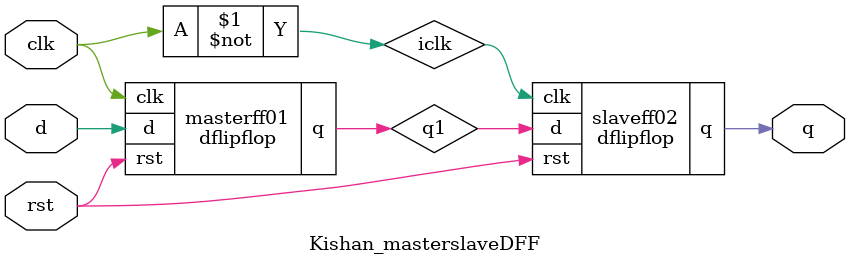
<source format=v>
module dflipflop(q,clk,rst,d);
        output reg q;
        input clk, rst;
        input d;

        always @(clk)
        begin
                if (rst)
                        q <= 0;
                else if (clk)
                        q <= d;
	else   q <= q;
        end
endmodule

module Kishan_masterslaveDFF(q,clk,rst,d);
	output q;
	input clk, rst;
	input d;
	wire iclk, q1;  // inverted clock and intermediate q output of Master

	assign iclk = ~clk;
	
	dflipflop masterff01(q1,clk,rst,d);
	dflipflop slaveff02(q,iclk,rst,q1);

endmodule
</source>
